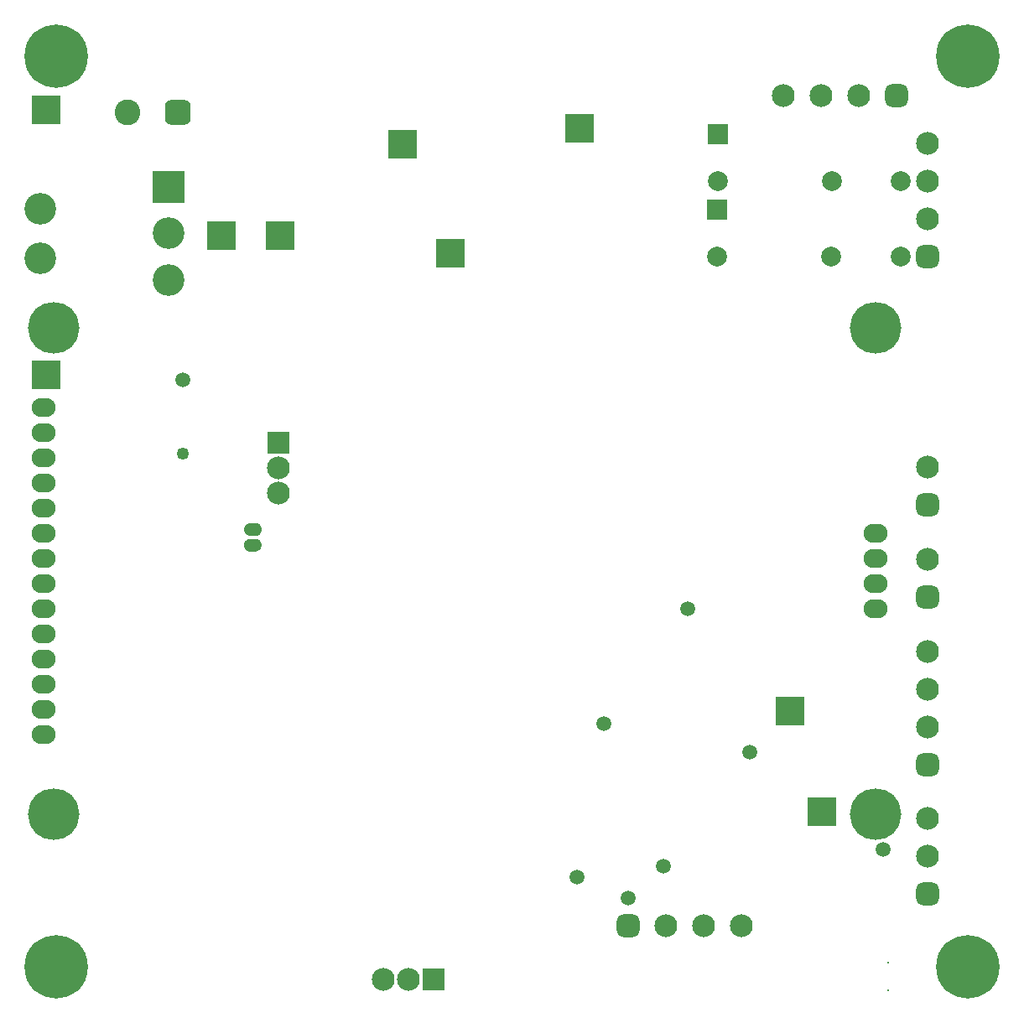
<source format=gbr>
G04*
G04 #@! TF.GenerationSoftware,Altium Limited,Altium Designer,25.1.2 (22)*
G04*
G04 Layer_Color=16711935*
%FSLAX44Y44*%
%MOMM*%
G71*
G04*
G04 #@! TF.SameCoordinates,54FBF0B5-E2CF-4F3E-8A6F-997AE4EABEE6*
G04*
G04*
G04 #@! TF.FilePolarity,Negative*
G04*
G01*
G75*
%ADD11C,0.2540*%
%ADD89R,3.0000X3.0000*%
%ADD108C,2.3032*%
%ADD109R,2.3032X2.3032*%
%ADD110C,1.5000*%
G04:AMPARAMS|DCode=111|XSize=2.3032mm|YSize=2.3032mm|CornerRadius=0.6266mm|HoleSize=0mm|Usage=FLASHONLY|Rotation=90.000|XOffset=0mm|YOffset=0mm|HoleType=Round|Shape=RoundedRectangle|*
%AMROUNDEDRECTD111*
21,1,2.3032,1.0500,0,0,90.0*
21,1,1.0500,2.3032,0,0,90.0*
1,1,1.2532,0.5250,0.5250*
1,1,1.2532,0.5250,-0.5250*
1,1,1.2532,-0.5250,-0.5250*
1,1,1.2532,-0.5250,0.5250*
%
%ADD111ROUNDEDRECTD111*%
%ADD112C,0.2032*%
%ADD113R,3.2032X3.2032*%
%ADD114C,3.2032*%
G04:AMPARAMS|DCode=115|XSize=2.3032mm|YSize=2.3032mm|CornerRadius=0.6266mm|HoleSize=0mm|Usage=FLASHONLY|Rotation=180.000|XOffset=0mm|YOffset=0mm|HoleType=Round|Shape=RoundedRectangle|*
%AMROUNDEDRECTD115*
21,1,2.3032,1.0500,0,0,180.0*
21,1,1.0500,2.3032,0,0,180.0*
1,1,1.2532,-0.5250,0.5250*
1,1,1.2532,0.5250,0.5250*
1,1,1.2532,0.5250,-0.5250*
1,1,1.2532,-0.5250,-0.5250*
%
%ADD115ROUNDEDRECTD115*%
G04:AMPARAMS|DCode=116|XSize=2.6032mm|YSize=2.6032mm|CornerRadius=0.7016mm|HoleSize=0mm|Usage=FLASHONLY|Rotation=180.000|XOffset=0mm|YOffset=0mm|HoleType=Round|Shape=RoundedRectangle|*
%AMROUNDEDRECTD116*
21,1,2.6032,1.2000,0,0,180.0*
21,1,1.2000,2.6032,0,0,180.0*
1,1,1.4032,-0.6000,0.6000*
1,1,1.4032,0.6000,0.6000*
1,1,1.4032,0.6000,-0.6000*
1,1,1.4032,-0.6000,-0.6000*
%
%ADD116ROUNDEDRECTD116*%
%ADD117C,2.6032*%
%ADD118O,2.4032X1.9032*%
%ADD119C,5.2032*%
%ADD120C,2.0032*%
%ADD121R,2.0032X2.0032*%
%ADD122C,1.5032*%
%ADD123C,1.2532*%
%ADD124R,2.3032X2.3032*%
%ADD125C,1.0032*%
%ADD126C,6.4000*%
%ADD155R,3.0000X3.0000*%
%ADD156C,0.2540*%
%ADD158C,0.7366*%
D11*
X234950Y471170D02*
X240030D01*
X234696Y461010D02*
X239776D01*
X234950Y487172D02*
X240030D01*
X234696Y477012D02*
X239776D01*
D89*
X437896Y760730D02*
D03*
X780288Y298704D02*
D03*
X812750Y196891D02*
D03*
X30000Y638000D02*
D03*
Y905000D02*
D03*
D108*
X264160Y518350D02*
D03*
Y543750D02*
D03*
X919246Y451671D02*
D03*
Y544876D02*
D03*
Y358666D02*
D03*
Y320565D02*
D03*
Y282465D02*
D03*
X919226Y871790D02*
D03*
Y833690D02*
D03*
Y795590D02*
D03*
X919246Y189600D02*
D03*
Y151500D02*
D03*
X850000Y920000D02*
D03*
X811900D02*
D03*
X773800D02*
D03*
X655451Y81750D02*
D03*
X693551D02*
D03*
X731651D02*
D03*
X395224Y27432D02*
D03*
X369824D02*
D03*
D109*
X264160Y569150D02*
D03*
D110*
X874250Y158500D02*
D03*
X740156Y256921D02*
D03*
X652506Y142077D02*
D03*
X617500Y109250D02*
D03*
X565940Y130760D02*
D03*
X592750Y285500D02*
D03*
X677164Y401574D02*
D03*
D111*
X919246Y413571D02*
D03*
Y506776D02*
D03*
Y244366D02*
D03*
X919226Y757490D02*
D03*
X919246Y113400D02*
D03*
D112*
X879250Y16466D02*
D03*
Y43966D02*
D03*
D113*
X153162Y827702D02*
D03*
D114*
Y780702D02*
D03*
Y733702D02*
D03*
X23662Y805702D02*
D03*
Y755702D02*
D03*
D115*
X888100Y920000D02*
D03*
X617351Y81750D02*
D03*
D116*
X162560Y903102D02*
D03*
D117*
X111760D02*
D03*
D118*
X26924Y604774D02*
D03*
Y579374D02*
D03*
Y553974D02*
D03*
Y528574D02*
D03*
Y503174D02*
D03*
Y477774D02*
D03*
Y452374D02*
D03*
Y426974D02*
D03*
Y401574D02*
D03*
Y376174D02*
D03*
Y350774D02*
D03*
Y325374D02*
D03*
Y299974D02*
D03*
Y274574D02*
D03*
X867224Y477674D02*
D03*
Y452274D02*
D03*
Y426874D02*
D03*
Y401474D02*
D03*
D119*
X36924Y194474D02*
D03*
Y684874D02*
D03*
X867224D02*
D03*
Y194474D02*
D03*
D120*
X892556Y833690D02*
D03*
X822556D02*
D03*
X707556D02*
D03*
X892302Y757490D02*
D03*
X822302D02*
D03*
X707302D02*
D03*
D121*
X707556Y880690D02*
D03*
X707302Y804490D02*
D03*
D122*
X167640Y632626D02*
D03*
D123*
Y558126D02*
D03*
D124*
X420624Y27432D02*
D03*
D125*
X936000Y40000D02*
D03*
X976971Y56971D02*
D03*
X960000Y16000D02*
D03*
X984000Y40000D02*
D03*
X943029Y23029D02*
D03*
Y56971D02*
D03*
X976971Y23029D02*
D03*
X960000Y64000D02*
D03*
X936000Y960000D02*
D03*
X976971Y976971D02*
D03*
X960000Y936000D02*
D03*
X984000Y960000D02*
D03*
X943029Y943029D02*
D03*
Y976971D02*
D03*
X976971Y943029D02*
D03*
X960000Y984000D02*
D03*
X16000Y40000D02*
D03*
X56971Y56971D02*
D03*
X40000Y16000D02*
D03*
X64000Y40000D02*
D03*
X23029Y23029D02*
D03*
Y56971D02*
D03*
X56971Y23029D02*
D03*
X40000Y64000D02*
D03*
X16000Y960000D02*
D03*
X56971Y976971D02*
D03*
X40000Y936000D02*
D03*
X64000Y960000D02*
D03*
X23029Y943029D02*
D03*
Y976971D02*
D03*
X56971Y943029D02*
D03*
X40000Y984000D02*
D03*
D126*
X960000Y40000D02*
D03*
Y960000D02*
D03*
X40000Y40000D02*
D03*
Y960000D02*
D03*
D155*
X568198Y886460D02*
D03*
X265430Y778510D02*
D03*
X389128Y870712D02*
D03*
X206248Y778256D02*
D03*
D156*
X242062Y466090D02*
D03*
X232918D02*
D03*
X242062Y482092D02*
D03*
X232918D02*
D03*
D158*
X237744Y466090D02*
X236692Y468274D01*
X234328Y468814D01*
X232433Y467302D01*
Y464878D01*
X234328Y463366D01*
X236692Y463906D01*
X237744Y466090D01*
X242824D02*
X241772Y468274D01*
X239408Y468814D01*
X237513Y467302D01*
Y464878D01*
X239408Y463366D01*
X241772Y463906D01*
X242824Y466090D01*
X237744Y482092D02*
X236692Y484276D01*
X234328Y484816D01*
X232433Y483304D01*
Y480880D01*
X234328Y479368D01*
X236692Y479908D01*
X237744Y482092D01*
X242824D02*
X241772Y484276D01*
X239408Y484816D01*
X237513Y483304D01*
Y480880D01*
X239408Y479368D01*
X241772Y479908D01*
X242824Y482092D01*
M02*

</source>
